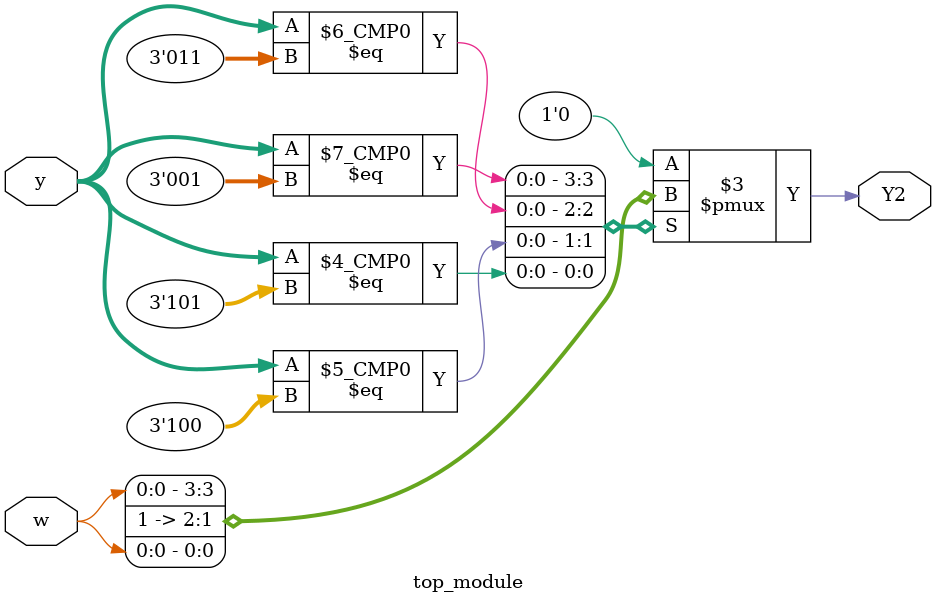
<source format=sv>
module top_module(
    input [3:1] y,
    input w,
    output reg Y2);
    
    always @(*) begin
        case (y)
            3'b000: Y2 = 1'b0;                      // State A -> Y2 is 0 (always)
            3'b001: Y2 = w;                         // State B -> Y2 depends on input w
            3'b010: Y2 = 1'b0;                      // State C -> Y2 is 0 (always)
            3'b011: Y2 = 1'b1;                      // State D -> Y2 is 1 (always)
            3'b100: Y2 = 1'b1;                      // State E -> Y2 is 1 (always)
            3'b101: Y2 = w;                         // State F -> Y2 depends on input w
            default: Y2 = 1'b0;                     // Default case for safety
        endcase
    end
    
endmodule

</source>
